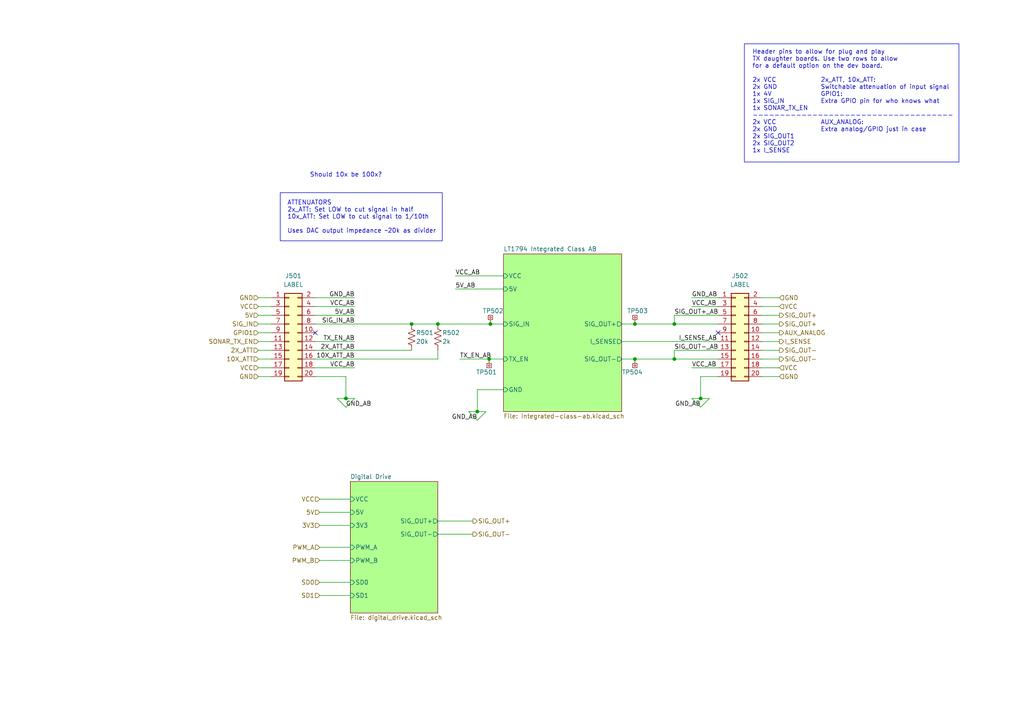
<source format=kicad_sch>
(kicad_sch (version 20250114) (generator "eeschema") (generator_version "9.0")
  (paper "A4")
  (lib_symbols
    (symbol "BR_Connectors_Header:Header_Pin_02x10_2.54mm_Vert_PTH" (pin_names (offset 1.016) (hide yes))
      (property "Reference" "J" (at 0 12.7 0))
      (property "Value" "LABEL" (at 0 -15.748 0))
      (symbol "Header_Pin_02x10_2.54mm_Vert_PTH_1_1"
        (rectangle (start -2.54 11.43) (end 2.54 -13.97) (stroke (width 0.254)) (fill (type background)))
        (rectangle (start -2.54 10.287) (end -1.27 10.033) (stroke (width 0.1524)))
        (rectangle (start -2.54 7.747) (end -1.27 7.493) (stroke (width 0.1524)))
        (rectangle (start -2.54 5.207) (end -1.27 4.953) (stroke (width 0.1524)))
        (rectangle (start -2.54 2.667) (end -1.27 2.413) (stroke (width 0.1524)))
        (rectangle (start -2.54 0.127) (end -1.27 -0.127) (stroke (width 0.1524)))
        (rectangle (start -2.54 -2.413) (end -1.27 -2.667) (stroke (width 0.1524)))
        (rectangle (start -2.54 -4.953) (end -1.27 -5.207) (stroke (width 0.1524)))
        (rectangle (start -2.54 -7.493) (end -1.27 -7.747) (stroke (width 0.1524)))
        (rectangle (start -2.54 -10.033) (end -1.27 -10.287) (stroke (width 0.1524)))
        (rectangle (start -2.54 -12.573) (end -1.27 -12.827) (stroke (width 0.1524)))
        (rectangle (start 2.54 10.287) (end 1.27 10.033) (stroke (width 0.1524)))
        (rectangle (start 2.54 7.747) (end 1.27 7.493) (stroke (width 0.1524)))
        (rectangle (start 2.54 5.207) (end 1.27 4.953) (stroke (width 0.1524)))
        (rectangle (start 2.54 2.667) (end 1.27 2.413) (stroke (width 0.1524)))
        (rectangle (start 2.54 0.127) (end 1.27 -0.127) (stroke (width 0.1524)))
        (rectangle (start 2.54 -2.413) (end 1.27 -2.667) (stroke (width 0.1524)))
        (rectangle (start 2.54 -4.953) (end 1.27 -5.207) (stroke (width 0.1524)))
        (rectangle (start 2.54 -7.493) (end 1.27 -7.747) (stroke (width 0.1524)))
        (rectangle (start 2.54 -10.033) (end 1.27 -10.287) (stroke (width 0.1524)))
        (rectangle (start 2.54 -12.573) (end 1.27 -12.827) (stroke (width 0.1524)))
        (pin passive line (at -6.35 10.16 0) (length 3.81) (name "Pin_1") (number "1"))
        (pin passive line (at -6.35 7.62 0) (length 3.81) (name "Pin_3") (number "3"))
        (pin passive line (at -6.35 5.08 0) (length 3.81) (name "Pin_5") (number "5"))
        (pin passive line (at -6.35 2.54 0) (length 3.81) (name "Pin_7") (number "7"))
        (pin passive line (at -6.35 0 0) (length 3.81) (name "Pin_9") (number "9"))
        (pin passive line (at -6.35 -2.54 0) (length 3.81) (name "Pin_11") (number "11"))
        (pin passive line (at -6.35 -5.08 0) (length 3.81) (name "Pin_13") (number "13"))
        (pin passive line (at -6.35 -7.62 0) (length 3.81) (name "Pin_15") (number "15"))
        (pin passive line (at -6.35 -10.16 0) (length 3.81) (name "Pin_17") (number "17"))
        (pin passive line (at -6.35 -12.7 0) (length 3.81) (name "Pin_19") (number "19"))
        (pin passive line (at 6.35 10.16 180) (length 3.81) (name "Pin_2") (number "2"))
        (pin passive line (at 6.35 7.62 180) (length 3.81) (name "Pin_4") (number "4"))
        (pin passive line (at 6.35 5.08 180) (length 3.81) (name "Pin_6") (number "6"))
        (pin passive line (at 6.35 2.54 180) (length 3.81) (name "Pin_8") (number "8"))
        (pin passive line (at 6.35 0 180) (length 3.81) (name "Pin_10") (number "10"))
        (pin passive line (at 6.35 -2.54 180) (length 3.81) (name "Pin_12") (number "12"))
        (pin passive line (at 6.35 -5.08 180) (length 3.81) (name "Pin_14") (number "14"))
        (pin passive line (at 6.35 -7.62 180) (length 3.81) (name "Pin_16") (number "16"))
        (pin passive line (at 6.35 -10.16 180) (length 3.81) (name "Pin_18") (number "18"))
        (pin passive line (at 6.35 -12.7 180) (length 3.81) (name "Pin_20") (number "20"))
      )
    )
    (symbol "BR_Resistors_0201:R_0201_20k" (pin_numbers (hide yes)) (pin_names (offset 0))
      (property "Reference" "R" (at 1.524 1.27 0))
      (property "Value" "20k" (at 1.524 -1.27 0))
      (symbol "R_0201_20k_0_1"
        (polyline (pts (xy 0 2.286) (xy 0 2.54)))
        (polyline (pts (xy 0 2.286) (xy 1.016 1.905) (xy 0 1.524) (xy -1.016 1.143) (xy 0 0.762)))
        (polyline (pts (xy 0 0.762) (xy 1.016 0.381) (xy 0 0) (xy -1.016 -0.381) (xy 0 -0.762)))
        (polyline (pts (xy 0 -0.762) (xy 1.016 -1.143) (xy 0 -1.524) (xy -1.016 -1.905) (xy 0 -2.286)))
        (polyline (pts (xy 0 -2.286) (xy 0 -2.54)))
      )
      (symbol "R_0201_20k_1_1"
        (pin passive line (at 0 3.81 270) (length 1.27) (name "~") (number "1"))
        (pin passive line (at 0 -3.81 90) (length 1.27) (name "~") (number "2"))
      )
    )
    (symbol "BR_Resistors_0402:R_0402_2k" (pin_numbers (hide yes)) (pin_names (offset 0) (hide yes))
      (property "Reference" "R" (at 1.524 1.27 0))
      (property "Value" "2k" (at 1.524 -1.27 0))
      (symbol "R_0402_2k_0_1"
        (polyline (pts (xy 0 2.286) (xy 0 2.54)))
        (polyline (pts (xy 0 2.286) (xy 1.016 1.905) (xy 0 1.524) (xy -1.016 1.143) (xy 0 0.762)))
        (polyline (pts (xy 0 0.762) (xy 1.016 0.381) (xy 0 0) (xy -1.016 -0.381) (xy 0 -0.762)))
        (polyline (pts (xy 0 -0.762) (xy 1.016 -1.143) (xy 0 -1.524) (xy -1.016 -1.905) (xy 0 -2.286)))
        (polyline (pts (xy 0 -2.286) (xy 0 -2.54)))
      )
      (symbol "R_0402_2k_1_1"
        (pin passive line (at 0 3.81 270) (length 1.27) (name "~") (number "1"))
        (pin passive line (at 0 -3.81 90) (length 1.27) (name "~") (number "2"))
      )
    )
    (symbol "BR_Virtual_Parts:TP_SQUARE_TH_1mm" (pin_numbers (hide yes)) (pin_names (offset 0)) (in_bom no)
      (property "Reference" "TP" (at 2.54 0.9525 0))
      (symbol "TP_SQUARE_TH_1mm_0_1"
        (rectangle (start -0.635 2.54) (end 0.635 1.27))
        (circle (center 0 1.905) (radius 0.254))
      )
      (symbol "TP_SQUARE_TH_1mm_1_1"
        (pin passive line (at 0 0 90) (length 1.27) (name "~") (number "1"))
      )
    )
  )
  (rectangle (start 215.9 12.7) (end 278.13 46.99))
  (rectangle (start 81.28 55.88) (end 128.27 69.85))
  (text "ATTENUATORS\n2x_ATT: Set LOW to cut signal in half\n10x_ATT: Set LOW to cut signal to 1/10th\n\nUses DAC output impedance ~20k as divider" (at 83.312 62.992 0) (effects (font (size 1.27 1.27)) (justify left)))
  (text "Header pins to allow for plug and play\nTX daughter boards. Use two rows to allow\nfor a default option on the dev board.\n\n2x VCC\n2x GND\n1x 4V\n1x SIG_IN\n1x SONAR_TX_EN\n-------------------------------------\n2x VCC\n2x GND\n2x SIG_OUT1\n2x SIG_OUT2\n1x I_SENSE" (at 218.186 29.464 0) (effects (font (size 1.27 1.27)) (justify left)))
  (text "2x_ATT, 10x_ATT: \nSwitchable attenuation of input signal\nGPIO1: \nExtra GPIO pin for who knows what\n\n\nAUX_ANALOG:\nExtra analog/GPIO just in case" (at 237.998 30.48 0) (effects (font (size 1.27 1.27)) (justify left)))
  (text "Should 10x be 100x? \n" (at 100.838 50.8 0) (effects (font (size 1.27 1.27))))
  (junction (at 142.24 93.98))
  (junction (at 100.33 115.57))
  (junction (at 184.15 104.14))
  (junction (at 184.15 93.98))
  (junction (at 141.8651 104.14))
  (junction (at 203.2 115.57))
  (junction (at 195.58 93.98))
  (junction (at 195.58 104.14))
  (junction (at 138.43 119.38))
  (junction (at 127 93.98))
  (junction (at 119.38 93.98))
  (no_connect (at 91.44 96.52))
  (no_connect (at 208.28 96.52))
  (wire (pts (xy 74.93 106.68) (xy 78.74 106.68)))
  (wire (pts (xy 127 93.98) (xy 119.38 93.98)))
  (wire (pts (xy 100.33 109.22) (xy 100.33 115.57)))
  (wire (pts (xy 91.44 106.68) (xy 102.87 106.68)))
  (wire (pts (xy 146.05 113.03) (xy 138.43 113.03)))
  (wire (pts (xy 91.44 91.44) (xy 102.87 91.44)))
  (wire (pts (xy 184.15 104.14) (xy 195.58 104.14)))
  (wire (pts (xy 226.06 104.14) (xy 220.98 104.14)))
  (wire (pts (xy 195.58 101.6) (xy 208.28 101.6)))
  (wire (pts (xy 92.71 168.91) (xy 101.6 168.91)))
  (wire (pts (xy 220.98 99.06) (xy 226.06 99.06)))
  (wire (pts (xy 97.79 115.57) (xy 100.33 118.11)))
  (wire (pts (xy 195.58 104.14) (xy 208.28 104.14)))
  (wire (pts (xy 220.98 96.52) (xy 226.06 96.52)))
  (wire (pts (xy 132.08 80.01) (xy 146.05 80.01)))
  (wire (pts (xy 91.44 99.06) (xy 102.87 99.06)))
  (wire (pts (xy 220.98 106.68) (xy 226.06 106.68)))
  (wire (pts (xy 203.2 109.22) (xy 208.28 109.22)))
  (wire (pts (xy 226.06 101.6) (xy 220.98 101.6)))
  (wire (pts (xy 226.06 93.98) (xy 220.98 93.98)))
  (wire (pts (xy 91.44 88.9) (xy 102.87 88.9)))
  (wire (pts (xy 132.08 83.82) (xy 146.05 83.82)))
  (wire (pts (xy 208.28 106.68) (xy 200.66 106.68)))
  (wire (pts (xy 92.71 162.56) (xy 101.6 162.56)))
  (wire (pts (xy 92.71 152.4) (xy 101.6 152.4)))
  (wire (pts (xy 195.58 91.44) (xy 208.28 91.44)))
  (wire (pts (xy 220.98 88.9) (xy 226.06 88.9)))
  (wire (pts (xy 91.44 104.14) (xy 127 104.14)))
  (wire (pts (xy 127 154.94) (xy 137.16 154.94)))
  (wire (pts (xy 195.58 101.6) (xy 195.58 104.14)))
  (wire (pts (xy 74.93 96.52) (xy 78.74 96.52)))
  (wire (pts (xy 92.71 172.72) (xy 101.6 172.72)))
  (wire (pts (xy 91.44 86.36) (xy 102.87 86.36)))
  (wire (pts (xy 91.44 93.98) (xy 119.38 93.98)))
  (wire (pts (xy 74.93 101.6) (xy 78.74 101.6)))
  (wire (pts (xy 180.34 93.98) (xy 184.15 93.98)))
  (wire (pts (xy 180.34 104.14) (xy 184.15 104.14)))
  (wire (pts (xy 141.8651 104.14) (xy 146.05 104.14)))
  (wire (pts (xy 203.2 118.11) (xy 200.66 115.57)))
  (wire (pts (xy 74.93 104.14) (xy 78.74 104.14)))
  (wire (pts (xy 74.93 109.22) (xy 78.74 109.22)))
  (wire (pts (xy 74.93 93.98) (xy 78.74 93.98)))
  (wire (pts (xy 203.2 115.57) (xy 200.66 115.57)))
  (wire (pts (xy 205.74 115.57) (xy 203.2 118.11)))
  (wire (pts (xy 100.33 118.11) (xy 102.87 115.57)))
  (wire (pts (xy 133.35 104.14) (xy 141.8651 104.14)))
  (wire (pts (xy 138.43 119.38) (xy 135.89 119.38)))
  (wire (pts (xy 92.71 158.75) (xy 101.6 158.75)))
  (wire (pts (xy 127 93.98) (xy 142.24 93.98)))
  (wire (pts (xy 138.43 121.92) (xy 135.89 119.38)))
  (wire (pts (xy 180.34 99.06) (xy 208.28 99.06)))
  (wire (pts (xy 91.44 101.6) (xy 119.38 101.6)))
  (wire (pts (xy 127 104.14) (xy 127 101.6)))
  (wire (pts (xy 220.98 109.22) (xy 226.06 109.22)))
  (wire (pts (xy 74.93 88.9) (xy 78.74 88.9)))
  (wire (pts (xy 220.98 86.36) (xy 226.06 86.36)))
  (wire (pts (xy 195.58 91.44) (xy 195.58 93.98)))
  (wire (pts (xy 91.44 109.22) (xy 100.33 109.22)))
  (wire (pts (xy 92.71 144.78) (xy 101.6 144.78)))
  (wire (pts (xy 208.28 88.9) (xy 200.66 88.9)))
  (wire (pts (xy 226.06 91.44) (xy 220.98 91.44)))
  (wire (pts (xy 195.58 93.98) (xy 208.28 93.98)))
  (wire (pts (xy 74.93 91.44) (xy 78.74 91.44)))
  (wire (pts (xy 138.43 113.03) (xy 138.43 119.38)))
  (wire (pts (xy 127 151.13) (xy 137.16 151.13)))
  (wire (pts (xy 100.33 115.57) (xy 102.87 115.57)))
  (wire (pts (xy 92.71 148.59) (xy 101.6 148.59)))
  (wire (pts (xy 140.97 119.38) (xy 138.43 121.92)))
  (wire (pts (xy 203.2 109.22) (xy 203.2 115.57)))
  (wire (pts (xy 74.93 86.36) (xy 78.74 86.36)))
  (wire (pts (xy 142.24 93.98) (xy 146.05 93.98)))
  (wire (pts (xy 205.74 115.57) (xy 203.2 115.57)))
  (wire (pts (xy 74.93 99.06) (xy 78.74 99.06)))
  (wire (pts (xy 97.79 115.57) (xy 100.33 115.57)))
  (wire (pts (xy 184.15 93.98) (xy 195.58 93.98)))
  (wire (pts (xy 200.66 86.36) (xy 208.28 86.36)))
  (wire (pts (xy 140.97 119.38) (xy 138.43 119.38)))
  (label "GND_AB" (at 102.87 86.36 180))
  (label "10X_ATT_AB" (at 102.87 104.14 180))
  (label "GND_AB" (at 100.33 118.11 0))
  (label "5V_AB" (at 102.87 91.44 180))
  (label "2X_ATT_AB" (at 102.87 101.6 180))
  (label "I_SENSE_AB" (at 196.85 99.06 0))
  (label "VCC_AB" (at 200.66 88.9 0))
  (label "VCC_AB" (at 132.08 80.01 0))
  (label "VCC_AB" (at 102.87 106.68 180))
  (label "5V_AB" (at 132.08 83.82 0))
  (label "TX_EN_AB" (at 102.87 99.06 180))
  (label "GND_AB" (at 138.43 121.92 180))
  (label "TX_EN_AB" (at 133.35 104.14 0))
  (label "GND_AB" (at 200.66 86.36 0))
  (label "GND_AB" (at 203.2 118.11 180))
  (label "SIG_OUT+_AB" (at 195.58 91.44 0))
  (label "VCC_AB" (at 200.66 106.68 0))
  (label "SIG_IN_AB" (at 102.87 93.98 180))
  (label "VCC_AB" (at 102.87 88.9 180))
  (label "SIG_OUT-_AB" (at 195.58 101.6 0))
  (hierarchical_label "GND" (shape input) (at 226.06 109.22 0))
  (hierarchical_label "SIG_OUT-" (shape output) (at 137.16 154.94 0))
  (hierarchical_label "10X_ATT" (shape input) (at 74.93 104.14 180))
  (hierarchical_label "SD0" (shape input) (at 92.71 168.91 180))
  (hierarchical_label "SIG_OUT-" (shape output) (at 226.06 104.14 0))
  (hierarchical_label "SIG_IN" (shape input) (at 74.93 93.98 180))
  (hierarchical_label "VCC" (shape input) (at 92.71 144.78 180))
  (hierarchical_label "GND" (shape input) (at 74.93 109.22 180))
  (hierarchical_label "VCC" (shape input) (at 226.06 88.9 0))
  (hierarchical_label "AUX_ANALOG" (shape output) (at 226.06 96.52 0))
  (hierarchical_label "VCC" (shape input) (at 74.93 106.68 180))
  (hierarchical_label "SIG_OUT+" (shape output) (at 226.06 91.44 0))
  (hierarchical_label "SD1" (shape input) (at 92.71 172.72 180))
  (hierarchical_label "GPIO1" (shape input) (at 74.93 96.52 180))
  (hierarchical_label "SIG_OUT-" (shape output) (at 226.06 101.6 0))
  (hierarchical_label "SIG_OUT+" (shape output) (at 137.16 151.13 0))
  (hierarchical_label "PWM_B" (shape input) (at 92.71 162.56 180))
  (hierarchical_label "VCC" (shape input) (at 226.06 106.68 0))
  (hierarchical_label "GND" (shape input) (at 226.06 86.36 0))
  (hierarchical_label "GND" (shape input) (at 74.93 86.36 180))
  (hierarchical_label "I_SENSE" (shape output) (at 226.06 99.06 0))
  (hierarchical_label "SIG_OUT+" (shape output) (at 226.06 93.98 0))
  (hierarchical_label "SONAR_TX_EN" (shape input) (at 74.93 99.06 180))
  (hierarchical_label "2X_ATT" (shape input) (at 74.93 101.6 180))
  (hierarchical_label "PWM_A" (shape input) (at 92.71 158.75 180))
  (hierarchical_label "5V" (shape input) (at 74.93 91.44 180))
  (hierarchical_label "5V" (shape input) (at 92.71 148.59 180))
  (hierarchical_label "3V3" (shape input) (at 92.71 152.4 180))
  (hierarchical_label "VCC" (shape input) (at 74.93 88.9 180))
  (symbol (lib_id "BR_Virtual_Parts:TP_SQUARE_TH_1mm") (at 142.24 93.98 0) (unit 1) (exclude_from_sim yes) (in_bom no)
    (property "Reference" "TP502" (at 139.954 90.17 0) (effects (justify left)))
    (property "Value" "TX_SIG_IN" (effects (hide yes)))
    (property "Footprint" "BR_Virtual_Parts:TP_SQUARE_TH_1mm" (effects (hide yes)))
    (property "Description" "test pad through hole" (effects (hide yes)))
  )
  (symbol (lib_id "BR_Virtual_Parts:TP_SQUARE_TH_1mm") (at 141.8651 104.14 180) (unit 1) (exclude_from_sim yes) (in_bom no)
    (property "Reference" "TP501" (at 144.1511 107.95 0) (effects (justify left)))
    (property "Value" "TX_EN" (effects (hide yes)))
    (property "Footprint" "BR_Virtual_Parts:TP_SQUARE_TH_1mm" (effects (hide yes)))
    (property "Description" "test pad through hole" (effects (hide yes)))
  )
  (symbol (lib_id "BR_Resistors_0402:R_0402_2k") (at 127 97.79 0) (unit 1)
    (property "Reference" "R502" (at 128.27 96.52 0) (effects (justify left)))
    (property "Value" "2k" (at 128.27 99.06 0) (effects (justify left)))
    (property "Footprint" "BR_Passives:C_0402_1005Metric-minimized" (effects (hide yes)))
    (property "Datasheet" "https://www.yageo.com/upload/media/product/app/datasheet/rchip/pyu-rc_group_51_rohs_l.pdf" (effects (hide yes)))
    (property "Description" "2k 1% 100ppm 62.5mW Thick Film Resistor 0402" (effects (hide yes)))
    (property "Manufacturer" "YAGEO" (effects (hide yes)))
    (property "Manufacturer Part Num" "RC0402FR-072KL" (effects (hide yes)))
    (property "BRE Number" "BRE-000324" (effects (hide yes)))
    (property "Supplier 1" "DigiKey" (effects (hide yes)))
    (property "Supplier Part Num 1" "311-2KLRCT-ND" (effects (hide yes)))
    (property "Supplier 2" "DigiKey" (effects (hide yes)))
    (property "Supplier Part Num 2" "311-2KLRTR-ND" (effects (hide yes)))
    (property "Supplier 3" "JLCPCB" (effects (hide yes)))
    (property "Supplier Part Num 3" "C60488" (effects (hide yes)))
    (property "JLCPCB Part Num" "C60488" (effects (hide yes)))
  )
  (symbol (lib_id "BR_Resistors_0201:R_0201_20k") (at 119.38 97.79 0) (unit 1)
    (property "Reference" "R501" (at 120.65 96.52 0) (effects (justify left)))
    (property "Value" "20k" (at 120.65 99.06 0) (effects (justify left)))
    (property "Footprint" "BR_Passives:R_0201_0603Metric-minimized" (effects (hide yes)))
    (property "Datasheet" "https://jlcpcb.com/api/file/downloadByFileSystemAccessId/8589040499327963136" (effects (hide yes)))
    (property "Description" "20k 1% 200ppm 50mW Thick Film Resistor 0201" (effects (hide yes)))
    (property "Manufacturer" "YAGEO" (effects (hide yes)))
    (property "Manufacturer Part Num" "RC0201FR-0720KL" (effects (hide yes)))
    (property "BRE Number" "BRE-001172" (effects (hide yes)))
    (property "JLCPCB Part Num" "C295787" (effects (hide yes)))
  )
  (symbol (lib_id "BR_Virtual_Parts:TP_SQUARE_TH_1mm") (at 184.15 104.14 180) (unit 1) (exclude_from_sim yes) (in_bom no)
    (property "Reference" "TP504" (at 186.436 107.95 0) (effects (justify left)))
    (property "Value" "TX_OUT-" (effects (hide yes)))
    (property "Footprint" "BR_Virtual_Parts:TP_SQUARE_TH_1mm" (effects (hide yes)))
    (property "Description" "test pad through hole" (effects (hide yes)))
  )
  (symbol (lib_id "BR_Virtual_Parts:TP_SQUARE_TH_1mm") (at 184.15 93.98 0) (unit 1) (exclude_from_sim yes) (in_bom no)
    (property "Reference" "TP503" (at 181.864 90.17 0) (effects (justify left)))
    (property "Value" "TX_OUT+" (effects (hide yes)))
    (property "Footprint" "BR_Virtual_Parts:TP_SQUARE_TH_1mm" (effects (hide yes)))
    (property "Description" "test pad through hole" (effects (hide yes)))
  )
  (symbol (lib_id "BR_Connectors_Header:Header_Pin_02x10_2.54mm_Vert_PTH") (at 214.63 96.52 0) (unit 1)
    (property "Reference" "J502" (at 214.63 80.01 0))
    (property "Value" "LABEL" (at 214.63 82.55 0))
    (property "Footprint" "BR_Connectors:HDR-SMD_20P-P2.54-V-M-R2-C10-S7.5" (effects (hide yes)))
    (property "Datasheet" "https://www.lcsc.com/datasheet/lcsc_datasheet_2411220452_INCP-IPCP254M20PB28S_C22438450.pdf" (effects (hide yes)))
    (property "Description" "Header Pin Connector 02x10 2.54mm_VERT_SMD" (effects (hide yes)))
    (property "Manufacturer" "INCP" (effects (hide yes)))
    (property "Manufacturer Part Num" "IPCP254M20PB28S" (effects (hide yes)))
    (property "BRE Number" "BRE-001120" (effects (hide yes)))
    (property "JLCPCB Part Num" "C6332235" (effects (hide yes)))
  )
  (symbol (lib_id "BR_Connectors_Header:Header_Pin_02x10_2.54mm_Vert_PTH") (at 85.09 96.52 0) (unit 1)
    (property "Reference" "J501" (at 85.09 80.01 0))
    (property "Value" "LABEL" (at 85.09 82.55 0))
    (property "Footprint" "BR_Connectors:HDR-SMD_20P-P2.54-V-M-R2-C10-S7.5" (effects (hide yes)))
    (property "Datasheet" "https://www.lcsc.com/datasheet/lcsc_datasheet_2411220452_INCP-IPCP254M20PB28S_C22438450.pdf" (effects (hide yes)))
    (property "Description" "Header Pin Connector 02x10 2.54mm_VERT_SMD" (effects (hide yes)))
    (property "Manufacturer" "INCP" (effects (hide yes)))
    (property "Manufacturer Part Num" "IPCP254M20PB28S" (effects (hide yes)))
    (property "BRE Number" "BRE-001120" (effects (hide yes)))
    (property "JLCPCB Part Num" "C6332235" (effects (hide yes)))
  )
  (sheet (at 146.05 73.66) (size 34.29 45.72) (stroke (width 0.1524)) (fill (color 177 255 143 1.0000))
    (property "Sheetname" "LT1794 Integrated Class AB" (at 146.05 72.9484 0) (effects (justify left bottom)))
    (property "Sheetfile" "integrated-class-ab.kicad_sch" (at 146.05 119.9646 0) (effects (justify left top)))
    (pin "GND" input (at 146.05 113.03 180))
    (pin "SIG_IN" input (at 146.05 93.98 180))
    (pin "SIG_OUT+" output (at 180.34 93.98 0))
    (pin "SIG_OUT-" output (at 180.34 104.14 0))
    (pin "VCC" input (at 146.05 80.01 180))
    (pin "I_SENSE" output (at 180.34 99.06 0))
    (pin "TX_EN" input (at 146.05 104.14 180))
    (pin "5V" input (at 146.05 83.82 180))
  )
  (sheet (at 101.6 139.7) (size 25.4 38.1) (stroke (width 0.1524)) (fill (color 177 255 143 1.0000))
    (property "Sheetname" "Digital Drive" (at 101.6 138.9884 0) (effects (justify left bottom)))
    (property "Sheetfile" "digital_drive.kicad_sch" (at 101.6 178.3846 0) (effects (justify left top)))
    (pin "PWM_A" input (at 101.6 158.75 180))
    (pin "PWM_B" input (at 101.6 162.56 180))
    (pin "SIG_OUT+" output (at 127 151.13 0))
    (pin "SIG_OUT-" output (at 127 154.94 0))
    (pin "VCC" input (at 101.6 144.78 180))
    (pin "5V" input (at 101.6 148.59 180))
    (pin "SD0" input (at 101.6 168.91 180))
    (pin "SD1" input (at 101.6 172.72 180))
    (pin "3V3" input (at 101.6 152.4 180))
  )
)
</source>
